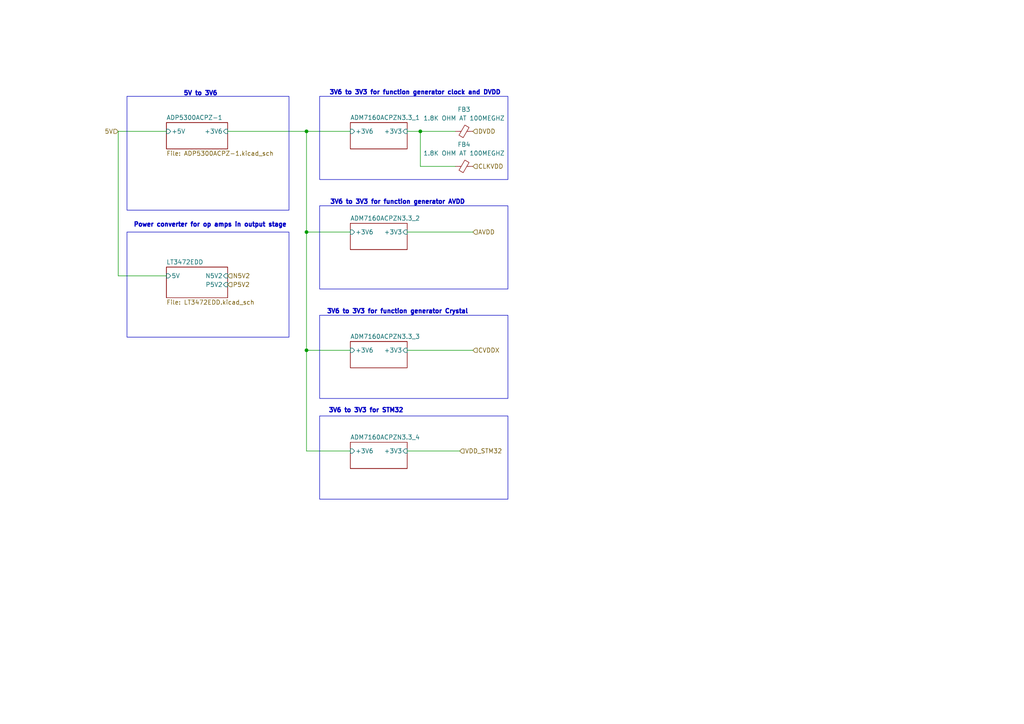
<source format=kicad_sch>
(kicad_sch (version 20250114) (generator "eeschema") (generator_version "9.0")
  (paper "A4")
  (title_block (date "2021-11-17"))
  (lib_symbols
    (symbol "Device:FerriteBead_Small" (pin_numbers (hide yes)) (pin_names (offset 0))
      (property "Reference" "FB" (at 1.905 1.27 0))
      (property "Value" "FerriteBead_Small" (at 1.905 -1.27 0))
      (symbol "FerriteBead_Small_0_1"
        (polyline (pts (xy -1.8288 0.2794) (xy -1.1176 1.4986) (xy 1.8288 -0.2032) (xy 1.1176 -1.4224) (xy -1.8288 0.2794)))
        (polyline (pts (xy 0 0.889) (xy 0 1.2954)))
        (polyline (pts (xy 0 -1.27) (xy 0 -0.7874)))
      )
      (symbol "FerriteBead_Small_1_1"
        (pin passive line (at 0 2.54 270) (length 1.27) (name "~") (number "1"))
        (pin passive line (at 0 -2.54 90) (length 1.27) (name "~") (number "2"))
      )
    )
  )
  (rectangle (start 92.71 91.44) (end 147.32 115.57))
  (rectangle (start 92.71 59.69) (end 147.32 83.82))
  (rectangle (start 36.83 27.94) (end 83.82 60.96))
  (rectangle (start 92.71 120.65) (end 147.32 144.78))
  (rectangle (start 92.71 27.94) (end 147.32 52.07))
  (rectangle (start 36.83 67.31) (end 83.82 97.79))
  (text "3V6 to 3V3 for function generator clock and DVDD" (at 120.396 26.924 0) (effects (font (size 1.27 1.27) (thickness 0.508) (bold yes))))
  (text "3V6 to 3V3 for function generator AVDD" (at 115.316 58.674 0) (effects (font (size 1.27 1.27) (thickness 0.508) (bold yes))))
  (text "3V6 to 3V3 for STM32" (at 106.172 119.126 0) (effects (font (size 1.27 1.27) (thickness 0.508) (bold yes))))
  (text "3V6 to 3V3 for function generator Crystal" (at 115.316 90.424 0) (effects (font (size 1.27 1.27) (thickness 0.508) (bold yes))))
  (text "Power converter for op amps in output stage" (at 60.96 65.278 0) (effects (font (size 1.27 1.27) (thickness 0.508) (bold yes))))
  (text "5V to 3V6" (at 58.166 27.178 0) (effects (font (size 1.27 1.27) (thickness 0.508) (bold yes))))
  (junction (at 88.9 101.6))
  (junction (at 88.9 38.1))
  (junction (at 121.92 38.1))
  (junction (at 88.9 67.31))
  (wire (pts (xy 88.9 38.1) (xy 88.9 67.31)))
  (wire (pts (xy 121.92 38.1) (xy 132.08 38.1)))
  (wire (pts (xy 118.11 38.1) (xy 121.92 38.1)))
  (wire (pts (xy 66.04 38.1) (xy 88.9 38.1)))
  (wire (pts (xy 101.6 67.31) (xy 88.9 67.31)))
  (wire (pts (xy 101.6 130.81) (xy 88.9 130.81)))
  (wire (pts (xy 88.9 38.1) (xy 101.6 38.1)))
  (wire (pts (xy 137.16 67.31) (xy 118.11 67.31)))
  (wire (pts (xy 118.11 130.81) (xy 133.35 130.81)))
  (wire (pts (xy 88.9 101.6) (xy 88.9 67.31)))
  (wire (pts (xy 121.92 48.26) (xy 121.92 38.1)))
  (wire (pts (xy 137.16 101.6) (xy 118.11 101.6)))
  (wire (pts (xy 34.29 38.1) (xy 48.26 38.1)))
  (wire (pts (xy 34.29 80.01) (xy 48.26 80.01)))
  (wire (pts (xy 101.6 101.6) (xy 88.9 101.6)))
  (wire (pts (xy 34.29 38.1) (xy 34.29 80.01)))
  (wire (pts (xy 132.08 48.26) (xy 121.92 48.26)))
  (wire (pts (xy 88.9 101.6) (xy 88.9 130.81)))
  (hierarchical_label "N5V2" (shape input) (at 66.04 80.01 0))
  (hierarchical_label "VDD_STM32" (shape input) (at 133.35 130.81 0))
  (hierarchical_label "CLKVDD" (shape input) (at 137.16 48.26 0))
  (hierarchical_label "5V" (shape input) (at 34.29 38.1 180))
  (hierarchical_label "AVDD" (shape input) (at 137.16 67.31 0))
  (hierarchical_label "P5V2" (shape input) (at 66.04 82.55 0))
  (hierarchical_label "DVDD" (shape input) (at 137.16 38.1 0))
  (hierarchical_label "CVDDX" (shape input) (at 137.16 101.6 0))
  (symbol (lib_id "Device:FerriteBead_Small") (at 134.62 38.1 90) (unit 1)
    (property "Reference" "FB3" (at 134.5819 31.75 90))
    (property "Value" "1.8K OHM AT 100MEGHZ" (at 134.5819 34.29 90))
    (property "Footprint" "Inductor_SMD:L_0603_1608Metric" (effects (hide yes)))
    (property "Description" "Ferrite bead, small symbol" (effects (hide yes)))
    (property "manf#" "MMZ1608A182BTA00" (effects (hide yes)))
  )
  (symbol (lib_id "Device:FerriteBead_Small") (at 134.62 48.26 90) (unit 1)
    (property "Reference" "FB4" (at 134.5819 41.91 90))
    (property "Value" "1.8K OHM AT 100MEGHZ" (at 134.5819 44.45 90))
    (property "Footprint" "Inductor_SMD:L_0603_1608Metric" (effects (hide yes)))
    (property "Description" "Ferrite bead, small symbol" (effects (hide yes)))
    (property "manf#" "MMZ1608A182BTA00" (effects (hide yes)))
  )
  (sheet (at 101.6 64.77) (size 16.51 7.62) (stroke (width 0.1524))
    (property "Sheetname" "ADM7160ACPZN3.3_2" (at 101.6 64.0584 0) (effects (justify left bottom)))
    (property "Sheetfile" "ADM7160ACPZN3.3.kicad_sch" (effects (hide yes)))
    (pin "+3V3" input (at 118.11 67.31 0))
    (pin "+3V6" input (at 101.6 67.31 180))
  )
  (sheet (at 48.26 35.56) (size 17.78 7.62) (stroke (width 0.1524))
    (property "Sheetname" "ADP5300ACPZ-1" (at 48.26 34.8484 0) (effects (justify left bottom)))
    (property "Sheetfile" "ADP5300ACPZ-1.kicad_sch" (at 48.26 43.7646 0) (effects (justify left top)))
    (pin "+3V6" input (at 66.04 38.1 0))
    (pin "+5V" input (at 48.26 38.1 180))
  )
  (sheet (at 101.6 35.56) (size 16.51 7.62) (stroke (width 0.1524))
    (property "Sheetname" "ADM7160ACPZN3.3_1" (at 101.6 34.8484 0) (effects (justify left bottom)))
    (property "Sheetfile" "ADM7160ACPZN3.3.kicad_sch" (effects (hide yes)))
    (pin "+3V3" input (at 118.11 38.1 0))
    (pin "+3V6" input (at 101.6 38.1 180))
  )
  (sheet (at 48.26 77.47) (size 17.78 8.89) (stroke (width 0.1524))
    (property "Sheetname" "LT3472EDD" (at 48.26 76.7584 0) (effects (justify left bottom)))
    (property "Sheetfile" "LT3472EDD.kicad_sch" (at 48.26 86.9446 0) (effects (justify left top)))
    (pin "N5V2" input (at 66.04 80.01 0))
    (pin "P5V2" input (at 66.04 82.55 0))
    (pin "5V" input (at 48.26 80.01 180))
  )
  (sheet (at 101.6 128.27) (size 16.51 7.62) (stroke (width 0.1524))
    (property "Sheetname" "ADM7160ACPZN3.3_4" (at 101.6 127.5584 0) (effects (justify left bottom)))
    (property "Sheetfile" "ADM7160ACPZN3.3.kicad_sch" (effects (hide yes)))
    (pin "+3V3" input (at 118.11 130.81 0))
    (pin "+3V6" input (at 101.6 130.81 180))
  )
  (sheet (at 101.6 99.06) (size 16.51 7.62) (stroke (width 0.1524))
    (property "Sheetname" "ADM7160ACPZN3.3_3" (at 101.6 98.3484 0) (effects (justify left bottom)))
    (property "Sheetfile" "ADM7160ACPZN3.3.kicad_sch" (effects (hide yes)))
    (pin "+3V3" input (at 118.11 101.6 0))
    (pin "+3V6" input (at 101.6 101.6 180))
  )
)
</source>
